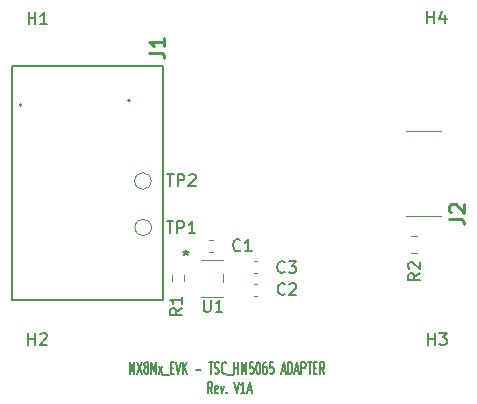
<source format=gbr>
%TF.GenerationSoftware,KiCad,Pcbnew,5.1.10-88a1d61d58~88~ubuntu18.04.1*%
%TF.CreationDate,2022-05-06T23:41:45+07:00*%
%TF.ProjectId,MX8Mx_EVK_MIPI_CSI-TSC_HM5065-ADAPTER,4d58384d-785f-4455-964b-5f4d4950495f,rev?*%
%TF.SameCoordinates,Original*%
%TF.FileFunction,Legend,Top*%
%TF.FilePolarity,Positive*%
%FSLAX46Y46*%
G04 Gerber Fmt 4.6, Leading zero omitted, Abs format (unit mm)*
G04 Created by KiCad (PCBNEW 5.1.10-88a1d61d58~88~ubuntu18.04.1) date 2022-05-06 23:41:45*
%MOMM*%
%LPD*%
G01*
G04 APERTURE LIST*
%ADD10C,0.150000*%
%ADD11C,0.100000*%
%ADD12C,0.120000*%
%ADD13C,0.200000*%
%ADD14C,0.127000*%
%ADD15C,0.254000*%
G04 APERTURE END LIST*
D10*
X113536488Y-112962180D02*
X113536488Y-111962180D01*
X113736488Y-112676466D01*
X113936488Y-111962180D01*
X113936488Y-112962180D01*
X114165060Y-111962180D02*
X114565060Y-112962180D01*
X114565060Y-111962180D02*
X114165060Y-112962180D01*
X114879345Y-112390752D02*
X114822202Y-112343133D01*
X114793631Y-112295514D01*
X114765060Y-112200276D01*
X114765060Y-112152657D01*
X114793631Y-112057419D01*
X114822202Y-112009800D01*
X114879345Y-111962180D01*
X114993631Y-111962180D01*
X115050774Y-112009800D01*
X115079345Y-112057419D01*
X115107917Y-112152657D01*
X115107917Y-112200276D01*
X115079345Y-112295514D01*
X115050774Y-112343133D01*
X114993631Y-112390752D01*
X114879345Y-112390752D01*
X114822202Y-112438371D01*
X114793631Y-112485990D01*
X114765060Y-112581228D01*
X114765060Y-112771704D01*
X114793631Y-112866942D01*
X114822202Y-112914561D01*
X114879345Y-112962180D01*
X114993631Y-112962180D01*
X115050774Y-112914561D01*
X115079345Y-112866942D01*
X115107917Y-112771704D01*
X115107917Y-112581228D01*
X115079345Y-112485990D01*
X115050774Y-112438371D01*
X114993631Y-112390752D01*
X115365060Y-112962180D02*
X115365060Y-111962180D01*
X115565060Y-112676466D01*
X115765060Y-111962180D01*
X115765060Y-112962180D01*
X115993631Y-112962180D02*
X116307917Y-112295514D01*
X115993631Y-112295514D02*
X116307917Y-112962180D01*
X116393631Y-113057419D02*
X116850774Y-113057419D01*
X116993631Y-112438371D02*
X117193631Y-112438371D01*
X117279345Y-112962180D02*
X116993631Y-112962180D01*
X116993631Y-111962180D01*
X117279345Y-111962180D01*
X117450774Y-111962180D02*
X117650774Y-112962180D01*
X117850774Y-111962180D01*
X118050774Y-112962180D02*
X118050774Y-111962180D01*
X118393631Y-112962180D02*
X118136488Y-112390752D01*
X118393631Y-111962180D02*
X118050774Y-112533609D01*
X119107917Y-112581228D02*
X119565060Y-112581228D01*
X120222202Y-111962180D02*
X120565060Y-111962180D01*
X120393631Y-112962180D02*
X120393631Y-111962180D01*
X120736488Y-112914561D02*
X120822202Y-112962180D01*
X120965060Y-112962180D01*
X121022202Y-112914561D01*
X121050774Y-112866942D01*
X121079345Y-112771704D01*
X121079345Y-112676466D01*
X121050774Y-112581228D01*
X121022202Y-112533609D01*
X120965060Y-112485990D01*
X120850774Y-112438371D01*
X120793631Y-112390752D01*
X120765060Y-112343133D01*
X120736488Y-112247895D01*
X120736488Y-112152657D01*
X120765060Y-112057419D01*
X120793631Y-112009800D01*
X120850774Y-111962180D01*
X120993631Y-111962180D01*
X121079345Y-112009800D01*
X121679345Y-112866942D02*
X121650774Y-112914561D01*
X121565060Y-112962180D01*
X121507917Y-112962180D01*
X121422202Y-112914561D01*
X121365060Y-112819323D01*
X121336488Y-112724085D01*
X121307917Y-112533609D01*
X121307917Y-112390752D01*
X121336488Y-112200276D01*
X121365060Y-112105038D01*
X121422202Y-112009800D01*
X121507917Y-111962180D01*
X121565060Y-111962180D01*
X121650774Y-112009800D01*
X121679345Y-112057419D01*
X121793631Y-113057419D02*
X122250774Y-113057419D01*
X122393631Y-112962180D02*
X122393631Y-111962180D01*
X122393631Y-112438371D02*
X122736488Y-112438371D01*
X122736488Y-112962180D02*
X122736488Y-111962180D01*
X123022202Y-112962180D02*
X123022202Y-111962180D01*
X123222202Y-112676466D01*
X123422202Y-111962180D01*
X123422202Y-112962180D01*
X123993631Y-111962180D02*
X123707917Y-111962180D01*
X123679345Y-112438371D01*
X123707917Y-112390752D01*
X123765060Y-112343133D01*
X123907917Y-112343133D01*
X123965060Y-112390752D01*
X123993631Y-112438371D01*
X124022202Y-112533609D01*
X124022202Y-112771704D01*
X123993631Y-112866942D01*
X123965060Y-112914561D01*
X123907917Y-112962180D01*
X123765060Y-112962180D01*
X123707917Y-112914561D01*
X123679345Y-112866942D01*
X124393631Y-111962180D02*
X124450774Y-111962180D01*
X124507917Y-112009800D01*
X124536488Y-112057419D01*
X124565060Y-112152657D01*
X124593631Y-112343133D01*
X124593631Y-112581228D01*
X124565060Y-112771704D01*
X124536488Y-112866942D01*
X124507917Y-112914561D01*
X124450774Y-112962180D01*
X124393631Y-112962180D01*
X124336488Y-112914561D01*
X124307917Y-112866942D01*
X124279345Y-112771704D01*
X124250774Y-112581228D01*
X124250774Y-112343133D01*
X124279345Y-112152657D01*
X124307917Y-112057419D01*
X124336488Y-112009800D01*
X124393631Y-111962180D01*
X125107917Y-111962180D02*
X124993631Y-111962180D01*
X124936488Y-112009800D01*
X124907917Y-112057419D01*
X124850774Y-112200276D01*
X124822202Y-112390752D01*
X124822202Y-112771704D01*
X124850774Y-112866942D01*
X124879345Y-112914561D01*
X124936488Y-112962180D01*
X125050774Y-112962180D01*
X125107917Y-112914561D01*
X125136488Y-112866942D01*
X125165060Y-112771704D01*
X125165060Y-112533609D01*
X125136488Y-112438371D01*
X125107917Y-112390752D01*
X125050774Y-112343133D01*
X124936488Y-112343133D01*
X124879345Y-112390752D01*
X124850774Y-112438371D01*
X124822202Y-112533609D01*
X125707917Y-111962180D02*
X125422202Y-111962180D01*
X125393631Y-112438371D01*
X125422202Y-112390752D01*
X125479345Y-112343133D01*
X125622202Y-112343133D01*
X125679345Y-112390752D01*
X125707917Y-112438371D01*
X125736488Y-112533609D01*
X125736488Y-112771704D01*
X125707917Y-112866942D01*
X125679345Y-112914561D01*
X125622202Y-112962180D01*
X125479345Y-112962180D01*
X125422202Y-112914561D01*
X125393631Y-112866942D01*
X126422202Y-112676466D02*
X126707917Y-112676466D01*
X126365060Y-112962180D02*
X126565060Y-111962180D01*
X126765060Y-112962180D01*
X126965060Y-112962180D02*
X126965060Y-111962180D01*
X127107917Y-111962180D01*
X127193631Y-112009800D01*
X127250774Y-112105038D01*
X127279345Y-112200276D01*
X127307917Y-112390752D01*
X127307917Y-112533609D01*
X127279345Y-112724085D01*
X127250774Y-112819323D01*
X127193631Y-112914561D01*
X127107917Y-112962180D01*
X126965060Y-112962180D01*
X127536488Y-112676466D02*
X127822202Y-112676466D01*
X127479345Y-112962180D02*
X127679345Y-111962180D01*
X127879345Y-112962180D01*
X128079345Y-112962180D02*
X128079345Y-111962180D01*
X128307917Y-111962180D01*
X128365060Y-112009800D01*
X128393631Y-112057419D01*
X128422202Y-112152657D01*
X128422202Y-112295514D01*
X128393631Y-112390752D01*
X128365060Y-112438371D01*
X128307917Y-112485990D01*
X128079345Y-112485990D01*
X128593631Y-111962180D02*
X128936488Y-111962180D01*
X128765060Y-112962180D02*
X128765060Y-111962180D01*
X129136488Y-112438371D02*
X129336488Y-112438371D01*
X129422202Y-112962180D02*
X129136488Y-112962180D01*
X129136488Y-111962180D01*
X129422202Y-111962180D01*
X130022202Y-112962180D02*
X129822202Y-112485990D01*
X129679345Y-112962180D02*
X129679345Y-111962180D01*
X129907917Y-111962180D01*
X129965060Y-112009800D01*
X129993631Y-112057419D01*
X130022202Y-112152657D01*
X130022202Y-112295514D01*
X129993631Y-112390752D01*
X129965060Y-112438371D01*
X129907917Y-112485990D01*
X129679345Y-112485990D01*
X120522202Y-114612180D02*
X120322202Y-114135990D01*
X120179345Y-114612180D02*
X120179345Y-113612180D01*
X120407917Y-113612180D01*
X120465060Y-113659800D01*
X120493631Y-113707419D01*
X120522202Y-113802657D01*
X120522202Y-113945514D01*
X120493631Y-114040752D01*
X120465060Y-114088371D01*
X120407917Y-114135990D01*
X120179345Y-114135990D01*
X121007917Y-114564561D02*
X120950774Y-114612180D01*
X120836488Y-114612180D01*
X120779345Y-114564561D01*
X120750774Y-114469323D01*
X120750774Y-114088371D01*
X120779345Y-113993133D01*
X120836488Y-113945514D01*
X120950774Y-113945514D01*
X121007917Y-113993133D01*
X121036488Y-114088371D01*
X121036488Y-114183609D01*
X120750774Y-114278847D01*
X121236488Y-113945514D02*
X121379345Y-114612180D01*
X121522202Y-113945514D01*
X121750774Y-114516942D02*
X121779345Y-114564561D01*
X121750774Y-114612180D01*
X121722202Y-114564561D01*
X121750774Y-114516942D01*
X121750774Y-114612180D01*
X122407917Y-113612180D02*
X122607917Y-114612180D01*
X122807917Y-113612180D01*
X123322202Y-114612180D02*
X122979345Y-114612180D01*
X123150774Y-114612180D02*
X123150774Y-113612180D01*
X123093631Y-113755038D01*
X123036488Y-113850276D01*
X122979345Y-113897895D01*
X123550774Y-114326466D02*
X123836488Y-114326466D01*
X123493631Y-114612180D02*
X123693631Y-113612180D01*
X123893631Y-114612180D01*
D11*
%TO.C,J2*%
X136889200Y-92386600D02*
X139869200Y-92386600D01*
X136889200Y-99586600D02*
X139869200Y-99586600D01*
D12*
%TO.C,U1*%
X119545100Y-106426000D02*
X121399300Y-106426000D01*
X121399300Y-105214461D02*
X121399300Y-104487939D01*
X121399300Y-103276400D02*
X119545100Y-103276400D01*
%TO.C,R2*%
X137364736Y-101246000D02*
X137818864Y-101246000D01*
X137364736Y-102716000D02*
X137818864Y-102716000D01*
%TO.C,R1*%
X118124500Y-104598376D02*
X118124500Y-105107824D01*
X117079500Y-104598376D02*
X117079500Y-105107824D01*
%TO.C,C3*%
X124059733Y-103426800D02*
X124352267Y-103426800D01*
X124059733Y-104446800D02*
X124352267Y-104446800D01*
%TO.C,C2*%
X124059733Y-105306400D02*
X124352267Y-105306400D01*
X124059733Y-106326400D02*
X124352267Y-106326400D01*
%TO.C,C1*%
X120276233Y-101598000D02*
X120568767Y-101598000D01*
X120276233Y-102618000D02*
X120568767Y-102618000D01*
D13*
%TO.C,J1*%
X113579400Y-89793500D02*
G75*
G03*
X113579400Y-89793500I-100000J0D01*
G01*
X104379400Y-90193500D02*
G75*
G03*
X104379400Y-90193500I-100000J0D01*
G01*
D14*
X103579400Y-106693500D02*
X103579400Y-86893500D01*
X116379400Y-106693500D02*
X103579400Y-106693500D01*
X116379400Y-86893500D02*
X116379400Y-106693500D01*
X103579400Y-86893500D02*
X116379400Y-86893500D01*
D12*
%TO.C,TP2*%
X115355600Y-96621600D02*
G75*
G03*
X115355600Y-96621600I-700000J0D01*
G01*
%TO.C,TP1*%
X115381000Y-100558600D02*
G75*
G03*
X115381000Y-100558600I-700000J0D01*
G01*
%TO.C,J2*%
D15*
X140579323Y-99813533D02*
X141486466Y-99813533D01*
X141667895Y-99874009D01*
X141788847Y-99994961D01*
X141849323Y-100176390D01*
X141849323Y-100297342D01*
X140700276Y-99269247D02*
X140639800Y-99208771D01*
X140579323Y-99087819D01*
X140579323Y-98785438D01*
X140639800Y-98664485D01*
X140700276Y-98604009D01*
X140821228Y-98543533D01*
X140942180Y-98543533D01*
X141123609Y-98604009D01*
X141849323Y-99329723D01*
X141849323Y-98543533D01*
%TO.C,U1*%
D10*
X119811895Y-106691180D02*
X119811895Y-107500704D01*
X119859514Y-107595942D01*
X119907133Y-107643561D01*
X120002371Y-107691180D01*
X120192847Y-107691180D01*
X120288085Y-107643561D01*
X120335704Y-107595942D01*
X120383323Y-107500704D01*
X120383323Y-106691180D01*
X121383323Y-107691180D02*
X120811895Y-107691180D01*
X121097609Y-107691180D02*
X121097609Y-106691180D01*
X121002371Y-106834038D01*
X120907133Y-106929276D01*
X120811895Y-106976895D01*
X118313200Y-102449380D02*
X118313200Y-102687476D01*
X118075104Y-102592238D02*
X118313200Y-102687476D01*
X118551295Y-102592238D01*
X118170342Y-102877952D02*
X118313200Y-102687476D01*
X118456057Y-102877952D01*
X118313200Y-102449380D02*
X118313200Y-102687476D01*
X118075104Y-102592238D02*
X118313200Y-102687476D01*
X118551295Y-102592238D01*
X118170342Y-102877952D02*
X118313200Y-102687476D01*
X118456057Y-102877952D01*
%TO.C,R2*%
X138120380Y-104433666D02*
X137644190Y-104767000D01*
X138120380Y-105005095D02*
X137120380Y-105005095D01*
X137120380Y-104624142D01*
X137168000Y-104528904D01*
X137215619Y-104481285D01*
X137310857Y-104433666D01*
X137453714Y-104433666D01*
X137548952Y-104481285D01*
X137596571Y-104528904D01*
X137644190Y-104624142D01*
X137644190Y-105005095D01*
X137215619Y-104052714D02*
X137168000Y-104005095D01*
X137120380Y-103909857D01*
X137120380Y-103671761D01*
X137168000Y-103576523D01*
X137215619Y-103528904D01*
X137310857Y-103481285D01*
X137406095Y-103481285D01*
X137548952Y-103528904D01*
X138120380Y-104100333D01*
X138120380Y-103481285D01*
%TO.C,R1*%
X117952780Y-107380066D02*
X117476590Y-107713400D01*
X117952780Y-107951495D02*
X116952780Y-107951495D01*
X116952780Y-107570542D01*
X117000400Y-107475304D01*
X117048019Y-107427685D01*
X117143257Y-107380066D01*
X117286114Y-107380066D01*
X117381352Y-107427685D01*
X117428971Y-107475304D01*
X117476590Y-107570542D01*
X117476590Y-107951495D01*
X117952780Y-106427685D02*
X117952780Y-106999114D01*
X117952780Y-106713400D02*
X116952780Y-106713400D01*
X117095638Y-106808638D01*
X117190876Y-106903876D01*
X117238495Y-106999114D01*
%TO.C,C3*%
X126655533Y-104319342D02*
X126607914Y-104366961D01*
X126465057Y-104414580D01*
X126369819Y-104414580D01*
X126226961Y-104366961D01*
X126131723Y-104271723D01*
X126084104Y-104176485D01*
X126036485Y-103986009D01*
X126036485Y-103843152D01*
X126084104Y-103652676D01*
X126131723Y-103557438D01*
X126226961Y-103462200D01*
X126369819Y-103414580D01*
X126465057Y-103414580D01*
X126607914Y-103462200D01*
X126655533Y-103509819D01*
X126988866Y-103414580D02*
X127607914Y-103414580D01*
X127274580Y-103795533D01*
X127417438Y-103795533D01*
X127512676Y-103843152D01*
X127560295Y-103890771D01*
X127607914Y-103986009D01*
X127607914Y-104224104D01*
X127560295Y-104319342D01*
X127512676Y-104366961D01*
X127417438Y-104414580D01*
X127131723Y-104414580D01*
X127036485Y-104366961D01*
X126988866Y-104319342D01*
%TO.C,C2*%
X126680933Y-106173542D02*
X126633314Y-106221161D01*
X126490457Y-106268780D01*
X126395219Y-106268780D01*
X126252361Y-106221161D01*
X126157123Y-106125923D01*
X126109504Y-106030685D01*
X126061885Y-105840209D01*
X126061885Y-105697352D01*
X126109504Y-105506876D01*
X126157123Y-105411638D01*
X126252361Y-105316400D01*
X126395219Y-105268780D01*
X126490457Y-105268780D01*
X126633314Y-105316400D01*
X126680933Y-105364019D01*
X127061885Y-105364019D02*
X127109504Y-105316400D01*
X127204742Y-105268780D01*
X127442838Y-105268780D01*
X127538076Y-105316400D01*
X127585695Y-105364019D01*
X127633314Y-105459257D01*
X127633314Y-105554495D01*
X127585695Y-105697352D01*
X127014266Y-106268780D01*
X127633314Y-106268780D01*
%TO.C,C1*%
X122896333Y-102465142D02*
X122848714Y-102512761D01*
X122705857Y-102560380D01*
X122610619Y-102560380D01*
X122467761Y-102512761D01*
X122372523Y-102417523D01*
X122324904Y-102322285D01*
X122277285Y-102131809D01*
X122277285Y-101988952D01*
X122324904Y-101798476D01*
X122372523Y-101703238D01*
X122467761Y-101608000D01*
X122610619Y-101560380D01*
X122705857Y-101560380D01*
X122848714Y-101608000D01*
X122896333Y-101655619D01*
X123848714Y-102560380D02*
X123277285Y-102560380D01*
X123563000Y-102560380D02*
X123563000Y-101560380D01*
X123467761Y-101703238D01*
X123372523Y-101798476D01*
X123277285Y-101846095D01*
%TO.C,J1*%
D15*
X115189483Y-85762253D02*
X116096626Y-85762253D01*
X116278055Y-85822729D01*
X116399007Y-85943681D01*
X116459483Y-86125110D01*
X116459483Y-86246062D01*
X116459483Y-84492253D02*
X116459483Y-85217967D01*
X116459483Y-84855110D02*
X115189483Y-84855110D01*
X115370912Y-84976062D01*
X115491864Y-85097015D01*
X115552340Y-85217967D01*
%TO.C,TP2*%
D10*
X116695695Y-96048580D02*
X117267123Y-96048580D01*
X116981409Y-97048580D02*
X116981409Y-96048580D01*
X117600457Y-97048580D02*
X117600457Y-96048580D01*
X117981409Y-96048580D01*
X118076647Y-96096200D01*
X118124266Y-96143819D01*
X118171885Y-96239057D01*
X118171885Y-96381914D01*
X118124266Y-96477152D01*
X118076647Y-96524771D01*
X117981409Y-96572390D01*
X117600457Y-96572390D01*
X118552838Y-96143819D02*
X118600457Y-96096200D01*
X118695695Y-96048580D01*
X118933790Y-96048580D01*
X119029028Y-96096200D01*
X119076647Y-96143819D01*
X119124266Y-96239057D01*
X119124266Y-96334295D01*
X119076647Y-96477152D01*
X118505219Y-97048580D01*
X119124266Y-97048580D01*
%TO.C,H4*%
X138739975Y-83243680D02*
X138739975Y-82243680D01*
X138739975Y-82719871D02*
X139311403Y-82719871D01*
X139311403Y-83243680D02*
X139311403Y-82243680D01*
X140216165Y-82577014D02*
X140216165Y-83243680D01*
X139978070Y-82196061D02*
X139739975Y-82910347D01*
X140359022Y-82910347D01*
%TO.C,H3*%
X138790775Y-110488120D02*
X138790775Y-109488120D01*
X138790775Y-109964311D02*
X139362203Y-109964311D01*
X139362203Y-110488120D02*
X139362203Y-109488120D01*
X139743156Y-109488120D02*
X140362203Y-109488120D01*
X140028870Y-109869073D01*
X140171727Y-109869073D01*
X140266965Y-109916692D01*
X140314584Y-109964311D01*
X140362203Y-110059549D01*
X140362203Y-110297644D01*
X140314584Y-110392882D01*
X140266965Y-110440501D01*
X140171727Y-110488120D01*
X139886013Y-110488120D01*
X139790775Y-110440501D01*
X139743156Y-110392882D01*
%TO.C,H2*%
X104952895Y-110488120D02*
X104952895Y-109488120D01*
X104952895Y-109964311D02*
X105524323Y-109964311D01*
X105524323Y-110488120D02*
X105524323Y-109488120D01*
X105952895Y-109583359D02*
X106000514Y-109535740D01*
X106095752Y-109488120D01*
X106333847Y-109488120D01*
X106429085Y-109535740D01*
X106476704Y-109583359D01*
X106524323Y-109678597D01*
X106524323Y-109773835D01*
X106476704Y-109916692D01*
X105905276Y-110488120D01*
X106524323Y-110488120D01*
%TO.C,H1*%
X104978295Y-83352900D02*
X104978295Y-82352900D01*
X104978295Y-82829091D02*
X105549723Y-82829091D01*
X105549723Y-83352900D02*
X105549723Y-82352900D01*
X106549723Y-83352900D02*
X105978295Y-83352900D01*
X106264009Y-83352900D02*
X106264009Y-82352900D01*
X106168771Y-82495758D01*
X106073533Y-82590996D01*
X105978295Y-82638615D01*
%TO.C,TP1*%
X116670295Y-100036380D02*
X117241723Y-100036380D01*
X116956009Y-101036380D02*
X116956009Y-100036380D01*
X117575057Y-101036380D02*
X117575057Y-100036380D01*
X117956009Y-100036380D01*
X118051247Y-100084000D01*
X118098866Y-100131619D01*
X118146485Y-100226857D01*
X118146485Y-100369714D01*
X118098866Y-100464952D01*
X118051247Y-100512571D01*
X117956009Y-100560190D01*
X117575057Y-100560190D01*
X119098866Y-101036380D02*
X118527438Y-101036380D01*
X118813152Y-101036380D02*
X118813152Y-100036380D01*
X118717914Y-100179238D01*
X118622676Y-100274476D01*
X118527438Y-100322095D01*
%TD*%
M02*

</source>
